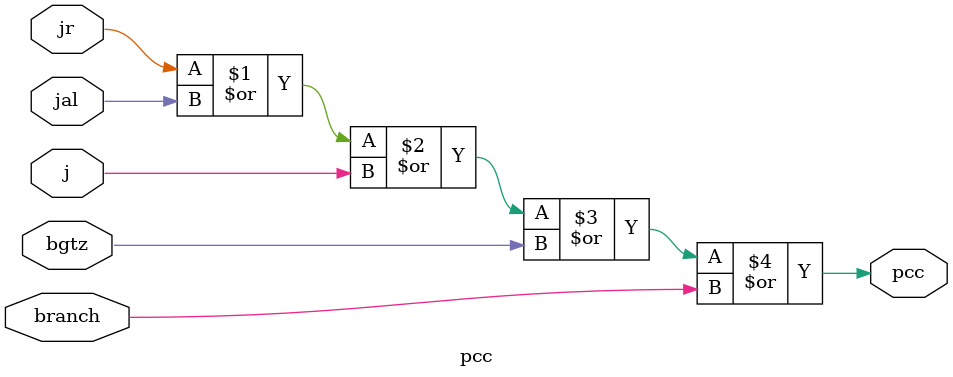
<source format=v>
`timescale 1ns / 1ps


module pcc(
    input jr,
    input jal,
    input j,
    input bgtz,
    input branch,
    output pcc
    );
    assign pcc = jr | jal | j | bgtz | branch;
endmodule

</source>
